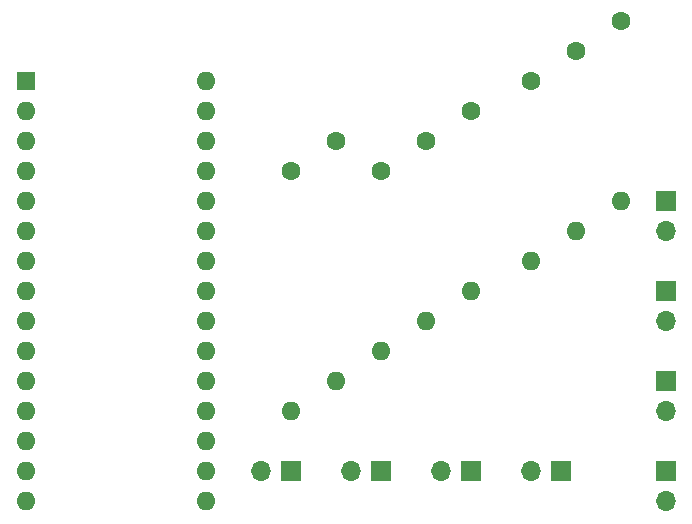
<source format=gbr>
%TF.GenerationSoftware,KiCad,Pcbnew,8.0.6*%
%TF.CreationDate,2025-03-08T18:58:06-08:00*%
%TF.ProjectId,8CH Thermal Monitor,38434820-5468-4657-926d-616c204d6f6e,rev?*%
%TF.SameCoordinates,PX7df6180PY8670810*%
%TF.FileFunction,Copper,L1,Top*%
%TF.FilePolarity,Positive*%
%FSLAX46Y46*%
G04 Gerber Fmt 4.6, Leading zero omitted, Abs format (unit mm)*
G04 Created by KiCad (PCBNEW 8.0.6) date 2025-03-08 18:58:06*
%MOMM*%
%LPD*%
G01*
G04 APERTURE LIST*
%TA.AperFunction,ComponentPad*%
%ADD10C,1.600000*%
%TD*%
%TA.AperFunction,ComponentPad*%
%ADD11O,1.600000X1.600000*%
%TD*%
%TA.AperFunction,ComponentPad*%
%ADD12R,1.700000X1.700000*%
%TD*%
%TA.AperFunction,ComponentPad*%
%ADD13O,1.700000X1.700000*%
%TD*%
%TA.AperFunction,ComponentPad*%
%ADD14R,1.600000X1.600000*%
%TD*%
G04 APERTURE END LIST*
D10*
%TO.P,R3,1*%
%TO.N,+5V*%
X40640000Y46990000D03*
D11*
%TO.P,R3,2*%
%TO.N,Net-(A1-A2)*%
X40640000Y31750000D03*
%TD*%
D10*
%TO.P,R6,1*%
%TO.N,+5V*%
X53340000Y54610000D03*
D11*
%TO.P,R6,2*%
%TO.N,Net-(A1-A5)*%
X53340000Y39370000D03*
%TD*%
D12*
%TO.P,J6,1,Pin_1*%
%TO.N,Net-(A1-A5)*%
X64770000Y29210000D03*
D13*
%TO.P,J6,2,Pin_2*%
%TO.N,GND*%
X64770000Y26670000D03*
%TD*%
D14*
%TO.P,A1,1,D1/TX*%
%TO.N,unconnected-(A1-D1{slash}TX-Pad1)*%
X10590000Y54610000D03*
D11*
%TO.P,A1,2,D0/RX*%
%TO.N,unconnected-(A1-D0{slash}RX-Pad2)*%
X10590000Y52070000D03*
%TO.P,A1,3,~{RESET}*%
%TO.N,unconnected-(A1-~{RESET}-Pad3)*%
X10590000Y49530000D03*
%TO.P,A1,4,GND*%
%TO.N,GND*%
X10590000Y46990000D03*
%TO.P,A1,5,D2*%
%TO.N,unconnected-(A1-D2-Pad5)*%
X10590000Y44450000D03*
%TO.P,A1,6,D3*%
%TO.N,unconnected-(A1-D3-Pad6)*%
X10590000Y41910000D03*
%TO.P,A1,7,D4*%
%TO.N,unconnected-(A1-D4-Pad7)*%
X10590000Y39370000D03*
%TO.P,A1,8,D5*%
%TO.N,unconnected-(A1-D5-Pad8)*%
X10590000Y36830000D03*
%TO.P,A1,9,D6*%
%TO.N,unconnected-(A1-D6-Pad9)*%
X10590000Y34290000D03*
%TO.P,A1,10,D7*%
%TO.N,unconnected-(A1-D7-Pad10)*%
X10590000Y31750000D03*
%TO.P,A1,11,D8*%
%TO.N,unconnected-(A1-D8-Pad11)*%
X10590000Y29210000D03*
%TO.P,A1,12,D9*%
%TO.N,unconnected-(A1-D9-Pad12)*%
X10590000Y26670000D03*
%TO.P,A1,13,D10*%
%TO.N,unconnected-(A1-D10-Pad13)*%
X10590000Y24130000D03*
%TO.P,A1,14,D11*%
%TO.N,unconnected-(A1-D11-Pad14)*%
X10590000Y21590000D03*
%TO.P,A1,15,D12*%
%TO.N,unconnected-(A1-D12-Pad15)*%
X10590000Y19050000D03*
%TO.P,A1,16,D13*%
%TO.N,unconnected-(A1-D13-Pad16)*%
X25830000Y19050000D03*
%TO.P,A1,17,3V3*%
%TO.N,unconnected-(A1-3V3-Pad17)*%
X25830000Y21590000D03*
%TO.P,A1,18,AREF*%
%TO.N,unconnected-(A1-AREF-Pad18)*%
X25830000Y24130000D03*
%TO.P,A1,19,A0*%
%TO.N,Net-(A1-A0)*%
X25830000Y26670000D03*
%TO.P,A1,20,A1*%
%TO.N,Net-(A1-A1)*%
X25830000Y29210000D03*
%TO.P,A1,21,A2*%
%TO.N,Net-(A1-A2)*%
X25830000Y31750000D03*
%TO.P,A1,22,A3*%
%TO.N,Net-(A1-A3)*%
X25830000Y34290000D03*
%TO.P,A1,23,A4*%
%TO.N,Net-(A1-A4)*%
X25830000Y36830000D03*
%TO.P,A1,24,A5*%
%TO.N,Net-(A1-A5)*%
X25830000Y39370000D03*
%TO.P,A1,25,A6*%
%TO.N,Net-(A1-A6)*%
X25830000Y41910000D03*
%TO.P,A1,26,A7*%
%TO.N,Net-(A1-A7)*%
X25830000Y44450000D03*
%TO.P,A1,27,+5V*%
%TO.N,+5V*%
X25830000Y46990000D03*
%TO.P,A1,28,~{RESET}*%
%TO.N,unconnected-(A1-~{RESET}-Pad28)*%
X25830000Y49530000D03*
%TO.P,A1,29,GND*%
%TO.N,GND*%
X25830000Y52070000D03*
%TO.P,A1,30,VIN*%
%TO.N,unconnected-(A1-VIN-Pad30)*%
X25830000Y54610000D03*
%TD*%
D12*
%TO.P,J8,1,Pin_1*%
%TO.N,Net-(A1-A7)*%
X64770000Y44450000D03*
D13*
%TO.P,J8,2,Pin_2*%
%TO.N,GND*%
X64770000Y41910000D03*
%TD*%
D12*
%TO.P,J4,1,Pin_1*%
%TO.N,Net-(A1-A3)*%
X55880000Y21590000D03*
D13*
%TO.P,J4,2,Pin_2*%
%TO.N,GND*%
X53340000Y21590000D03*
%TD*%
D12*
%TO.P,J3,1,Pin_1*%
%TO.N,Net-(A1-A2)*%
X48260000Y21590000D03*
D13*
%TO.P,J3,2,Pin_2*%
%TO.N,GND*%
X45720000Y21590000D03*
%TD*%
D10*
%TO.P,R1,1*%
%TO.N,+5V*%
X33020000Y46990000D03*
D11*
%TO.P,R1,2*%
%TO.N,Net-(A1-A0)*%
X33020000Y26670000D03*
%TD*%
D12*
%TO.P,J5,1,Pin_1*%
%TO.N,Net-(A1-A4)*%
X64770000Y21590000D03*
D13*
%TO.P,J5,2,Pin_2*%
%TO.N,GND*%
X64770000Y19050000D03*
%TD*%
D10*
%TO.P,R2,1*%
%TO.N,+5V*%
X36830000Y49530000D03*
D11*
%TO.P,R2,2*%
%TO.N,Net-(A1-A1)*%
X36830000Y29210000D03*
%TD*%
D12*
%TO.P,J7,1,Pin_1*%
%TO.N,Net-(A1-A6)*%
X64770000Y36830000D03*
D13*
%TO.P,J7,2,Pin_2*%
%TO.N,GND*%
X64770000Y34290000D03*
%TD*%
D10*
%TO.P,R7,1*%
%TO.N,+5V*%
X57150000Y57150000D03*
D11*
%TO.P,R7,2*%
%TO.N,Net-(A1-A6)*%
X57150000Y41910000D03*
%TD*%
D10*
%TO.P,R4,1*%
%TO.N,+5V*%
X44450000Y49530000D03*
D11*
%TO.P,R4,2*%
%TO.N,Net-(A1-A3)*%
X44450000Y34290000D03*
%TD*%
D10*
%TO.P,R5,1*%
%TO.N,+5V*%
X48260000Y52070000D03*
D11*
%TO.P,R5,2*%
%TO.N,Net-(A1-A4)*%
X48260000Y36830000D03*
%TD*%
D12*
%TO.P,J1,1,Pin_1*%
%TO.N,Net-(A1-A0)*%
X33020000Y21590000D03*
D13*
%TO.P,J1,2,Pin_2*%
%TO.N,GND*%
X30480000Y21590000D03*
%TD*%
D12*
%TO.P,J2,1,Pin_1*%
%TO.N,Net-(A1-A1)*%
X40640000Y21590000D03*
D13*
%TO.P,J2,2,Pin_2*%
%TO.N,GND*%
X38100000Y21590000D03*
%TD*%
D10*
%TO.P,R8,1*%
%TO.N,+5V*%
X60960000Y59690000D03*
D11*
%TO.P,R8,2*%
%TO.N,Net-(A1-A7)*%
X60960000Y44450000D03*
%TD*%
M02*

</source>
